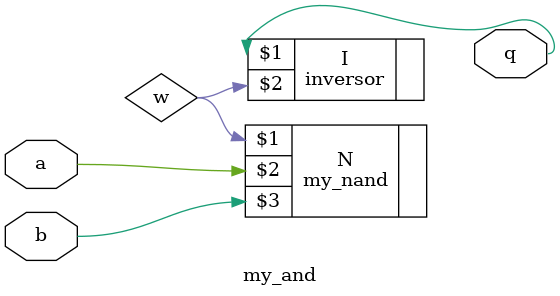
<source format=v>
module my_and(q, a, b);
    input a;
    input b;
    output q;
    wire w;

    my_nand N(w, a, b);
    inversor I(q, w);

endmodule

</source>
